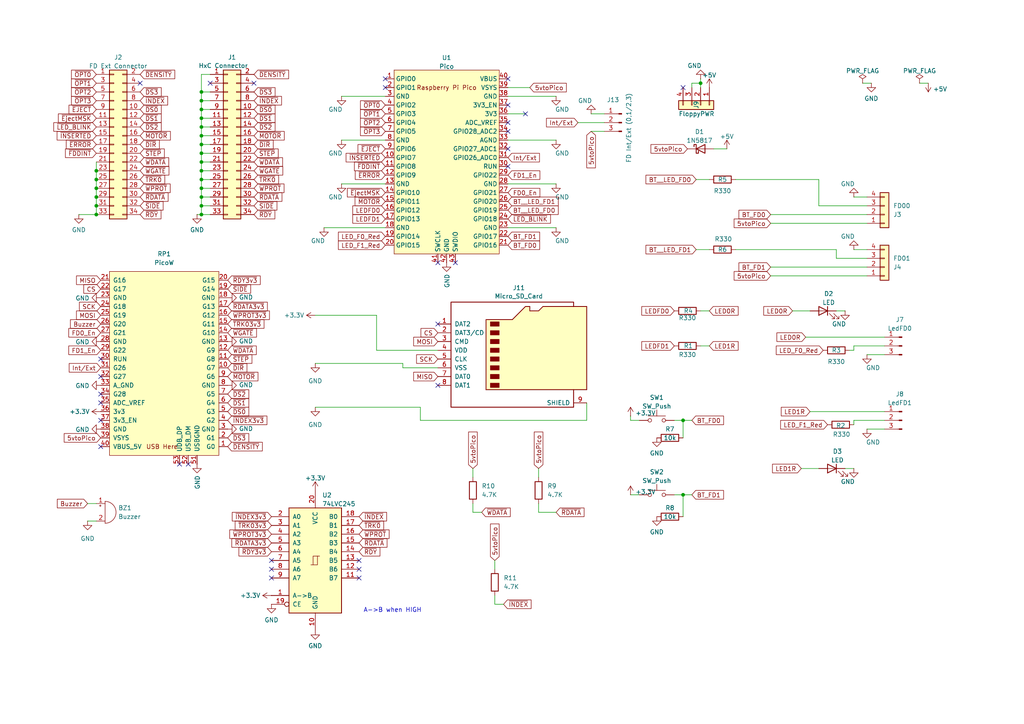
<source format=kicad_sch>
(kicad_sch (version 20250114) (generator "eeschema") (generator_version "9.0")
  (paper "A4")
  (lib_symbols
    (symbol "74xx:74LS245" (pin_names (offset 1.016))
      (property "Reference" "U" (at -7.62 16.51 0))
      (property "Value" "74LS245" (at -7.62 -16.51 0))
      (symbol "74LS245_1_0"
        (pin tri_state line (at -12.7 12.7 0) (length 5.08) (name "A0") (number "2"))
        (pin tri_state line (at -12.7 10.16 0) (length 5.08) (name "A1") (number "3"))
        (pin tri_state line (at -12.7 7.62 0) (length 5.08) (name "A2") (number "4"))
        (pin tri_state line (at -12.7 5.08 0) (length 5.08) (name "A3") (number "5"))
        (pin tri_state line (at -12.7 2.54 0) (length 5.08) (name "A4") (number "6"))
        (pin tri_state line (at -12.7 0 0) (length 5.08) (name "A5") (number "7"))
        (pin tri_state line (at -12.7 -2.54 0) (length 5.08) (name "A6") (number "8"))
        (pin tri_state line (at -12.7 -5.08 0) (length 5.08) (name "A7") (number "9"))
        (pin input line (at -12.7 -10.16 0) (length 5.08) (name "A->B") (number "1"))
        (pin input inverted (at -12.7 -12.7 0) (length 5.08) (name "CE") (number "19"))
        (pin power_in line (at 0 20.32 270) (length 5.08) (name "VCC") (number "20"))
        (pin power_in line (at 0 -20.32 90) (length 5.08) (name "GND") (number "10"))
        (pin tri_state line (at 12.7 12.7 180) (length 5.08) (name "B0") (number "18"))
        (pin tri_state line (at 12.7 10.16 180) (length 5.08) (name "B1") (number "17"))
        (pin tri_state line (at 12.7 7.62 180) (length 5.08) (name "B2") (number "16"))
        (pin tri_state line (at 12.7 5.08 180) (length 5.08) (name "B3") (number "15"))
        (pin tri_state line (at 12.7 2.54 180) (length 5.08) (name "B4") (number "14"))
        (pin tri_state line (at 12.7 0 180) (length 5.08) (name "B5") (number "13"))
        (pin tri_state line (at 12.7 -2.54 180) (length 5.08) (name "B6") (number "12"))
        (pin tri_state line (at 12.7 -5.08 180) (length 5.08) (name "B7") (number "11"))
      )
    )
    (symbol "Connector:Conn_01x03_Pin" (pin_names (offset 1.016) (hide yes))
      (property "Reference" "J" (at 0 5.08 0))
      (property "Value" "Conn_01x03_Pin" (at 0 -5.08 0))
      (symbol "Conn_01x03_Pin_1_1"
        (pin passive line (at 5.08 2.54 180) (length 3.81) (name "Pin_1") (number "1"))
        (pin passive line (at 5.08 0 180) (length 3.81) (name "Pin_2") (number "2"))
        (pin passive line (at 5.08 -2.54 180) (length 3.81) (name "Pin_3") (number "3"))
      )
    )
    (symbol "Connector:Micro_SD_Card" (pin_names (offset 1.016))
      (property "Reference" "J" (at -16.51 15.24 0))
      (property "Value" "Micro_SD_Card" (at 16.51 15.24 0))
      (symbol "Micro_SD_Card_1_1"
        (pin bidirectional line (at -22.86 7.62 0) (length 3.81) (name "DAT2") (number "1"))
        (pin bidirectional line (at -22.86 5.08 0) (length 3.81) (name "DAT3/CD") (number "2"))
        (pin input line (at -22.86 2.54 0) (length 3.81) (name "CMD") (number "3"))
        (pin power_in line (at -22.86 0 0) (length 3.81) (name "VDD") (number "4"))
        (pin input line (at -22.86 -2.54 0) (length 3.81) (name "CLK") (number "5"))
        (pin power_in line (at -22.86 -5.08 0) (length 3.81) (name "VSS") (number "6"))
        (pin bidirectional line (at -22.86 -7.62 0) (length 3.81) (name "DAT0") (number "7"))
        (pin bidirectional line (at -22.86 -10.16 0) (length 3.81) (name "DAT1") (number "8"))
        (pin passive line (at 20.32 -15.24 180) (length 3.81) (name "SHIELD") (number "9"))
      )
    )
    (symbol "Connector_Generic:Conn_01x04" (pin_names (offset 1.016) (hide yes))
      (property "Reference" "J" (at 0 5.08 0))
      (property "Value" "Conn_01x04" (at 0 -7.62 0))
      (symbol "Conn_01x04_1_1"
        (pin passive line (at -5.08 2.54 0) (length 3.81) (name "Pin_1") (number "1"))
        (pin passive line (at -5.08 0 0) (length 3.81) (name "Pin_2") (number "2"))
        (pin passive line (at -5.08 -2.54 0) (length 3.81) (name "Pin_3") (number "3"))
        (pin passive line (at -5.08 -5.08 0) (length 3.81) (name "Pin_4") (number "4"))
      )
    )
    (symbol "Connector_Generic:Conn_02x17_Odd_Even" (pin_names (offset 1.016) (hide yes))
      (property "Reference" "J" (at 1.27 22.86 0))
      (property "Value" "Conn_02x17_Odd_Even" (at 1.27 -22.86 0))
      (symbol "Conn_02x17_Odd_Even_1_1"
        (pin passive line (at -5.08 20.32 0) (length 3.81) (name "Pin_1") (number "1"))
        (pin passive line (at -5.08 17.78 0) (length 3.81) (name "Pin_3") (number "3"))
        (pin passive line (at -5.08 15.24 0) (length 3.81) (name "Pin_5") (number "5"))
        (pin passive line (at -5.08 12.7 0) (length 3.81) (name "Pin_7") (number "7"))
        (pin passive line (at -5.08 10.16 0) (length 3.81) (name "Pin_9") (number "9"))
        (pin passive line (at -5.08 7.62 0) (length 3.81) (name "Pin_11") (number "11"))
        (pin passive line (at -5.08 5.08 0) (length 3.81) (name "Pin_13") (number "13"))
        (pin passive line (at -5.08 2.54 0) (length 3.81) (name "Pin_15") (number "15"))
        (pin passive line (at -5.08 0 0) (length 3.81) (name "Pin_17") (number "17"))
        (pin passive line (at -5.08 -2.54 0) (length 3.81) (name "Pin_19") (number "19"))
        (pin passive line (at -5.08 -5.08 0) (length 3.81) (name "Pin_21") (number "21"))
        (pin passive line (at -5.08 -7.62 0) (length 3.81) (name "Pin_23") (number "23"))
        (pin passive line (at -5.08 -10.16 0) (length 3.81) (name "Pin_25") (number "25"))
        (pin passive line (at -5.08 -12.7 0) (length 3.81) (name "Pin_27") (number "27"))
        (pin passive line (at -5.08 -15.24 0) (length 3.81) (name "Pin_29") (number "29"))
        (pin passive line (at -5.08 -17.78 0) (length 3.81) (name "Pin_31") (number "31"))
        (pin passive line (at -5.08 -20.32 0) (length 3.81) (name "Pin_33") (number "33"))
        (pin passive line (at 7.62 20.32 180) (length 3.81) (name "Pin_2") (number "2"))
        (pin passive line (at 7.62 17.78 180) (length 3.81) (name "Pin_4") (number "4"))
        (pin passive line (at 7.62 15.24 180) (length 3.81) (name "Pin_6") (number "6"))
        (pin passive line (at 7.62 12.7 180) (length 3.81) (name "Pin_8") (number "8"))
        (pin passive line (at 7.62 10.16 180) (length 3.81) (name "Pin_10") (number "10"))
        (pin passive line (at 7.62 7.62 180) (length 3.81) (name "Pin_12") (number "12"))
        (pin passive line (at 7.62 5.08 180) (length 3.81) (name "Pin_14") (number "14"))
        (pin passive line (at 7.62 2.54 180) (length 3.81) (name "Pin_16") (number "16"))
        (pin passive line (at 7.62 0 180) (length 3.81) (name "Pin_18") (number "18"))
        (pin passive line (at 7.62 -2.54 180) (length 3.81) (name "Pin_20") (number "20"))
        (pin passive line (at 7.62 -5.08 180) (length 3.81) (name "Pin_22") (number "22"))
        (pin passive line (at 7.62 -7.62 180) (length 3.81) (name "Pin_24") (number "24"))
        (pin passive line (at 7.62 -10.16 180) (length 3.81) (name "Pin_26") (number "26"))
        (pin passive line (at 7.62 -12.7 180) (length 3.81) (name "Pin_28") (number "28"))
        (pin passive line (at 7.62 -15.24 180) (length 3.81) (name "Pin_30") (number "30"))
        (pin passive line (at 7.62 -17.78 180) (length 3.81) (name "Pin_32") (number "32"))
        (pin passive line (at 7.62 -20.32 180) (length 3.81) (name "Pin_34") (number "34"))
      )
    )
    (symbol "Device:Buzzer" (pin_names (offset 0.0254) (hide yes))
      (property "Reference" "BZ" (at 3.81 1.27 0))
      (property "Value" "Buzzer" (at 3.81 -1.27 0))
      (symbol "Buzzer_1_1"
        (pin passive line (at -2.54 2.54 0) (length 2.54) (name "+") (number "1"))
        (pin passive line (at -2.54 -2.54 0) (length 2.54) (name "-") (number "2"))
      )
    )
    (symbol "Device:D_Schottky" (pin_numbers (hide yes)) (pin_names (offset 1.016) (hide yes))
      (property "Reference" "D" (at 0 2.54 0))
      (property "Value" "D_Schottky" (at 0 -2.54 0))
      (symbol "D_Schottky_1_1"
        (pin passive line (at -3.81 0 0) (length 2.54) (name "K") (number "1"))
        (pin passive line (at 3.81 0 180) (length 2.54) (name "A") (number "2"))
      )
    )
    (symbol "Device:LED" (pin_numbers (hide yes)) (pin_names (offset 1.016) (hide yes))
      (property "Reference" "D" (at 0 2.54 0))
      (property "Value" "LED" (at 0 -2.54 0))
      (symbol "LED_1_1"
        (pin passive line (at -3.81 0 0) (length 2.54) (name "K") (number "1"))
        (pin passive line (at 3.81 0 180) (length 2.54) (name "A") (number "2"))
      )
    )
    (symbol "Device:R" (pin_numbers (hide yes)) (pin_names (offset 0))
      (property "Reference" "R" (at 2.032 0 90))
      (property "Value" "R" (at 0 0 90))
      (symbol "R_1_1"
        (pin passive line (at 0 3.81 270) (length 1.27) (name "~") (number "1"))
        (pin passive line (at 0 -3.81 90) (length 1.27) (name "~") (number "2"))
      )
    )
    (symbol "LED_1" (pin_numbers (hide yes)) (pin_names (offset 1.016) (hide yes))
      (property "Reference" "D" (at 0 2.54 0))
      (property "Value" "LED" (at 0 -2.54 0))
      (symbol "LED_1_1_1"
        (pin passive line (at -3.81 0 0) (length 2.54) (name "K") (number "1"))
        (pin passive line (at 3.81 0 180) (length 2.54) (name "A") (number "2"))
      )
    )
    (symbol "MCU_RaspberryPi_and_Boards:Pico"
      (property "Reference" "U" (at -13.97 27.94 0))
      (property "Value" "Pico" (at 0 19.05 0))
      (symbol "Pico_0_0"
        (text "Raspberry Pi Pico" (at 0 21.59 0) (effects (font (size 1.27 1.27))))
      )
      (symbol "Pico_1_1"
        (pin bidirectional line (at -17.78 24.13 0) (length 2.54) (name "GPIO0") (number "1"))
        (pin bidirectional line (at -17.78 21.59 0) (length 2.54) (name "GPIO1") (number "2"))
        (pin power_in line (at -17.78 19.05 0) (length 2.54) (name "GND") (number "3"))
        (pin bidirectional line (at -17.78 16.51 0) (length 2.54) (name "GPIO2") (number "4"))
        (pin bidirectional line (at -17.78 13.97 0) (length 2.54) (name "GPIO3") (number "5"))
        (pin bidirectional line (at -17.78 11.43 0) (length 2.54) (name "GPIO4") (number "6"))
        (pin bidirectional line (at -17.78 8.89 0) (length 2.54) (name "GPIO5") (number "7"))
        (pin power_in line (at -17.78 6.35 0) (length 2.54) (name "GND") (number "8"))
        (pin bidirectional line (at -17.78 3.81 0) (length 2.54) (name "GPIO6") (number "9"))
        (pin bidirectional line (at -17.78 1.27 0) (length 2.54) (name "GPIO7") (number "10"))
        (pin bidirectional line (at -17.78 -1.27 0) (length 2.54) (name "GPIO8") (number "11"))
        (pin bidirectional line (at -17.78 -3.81 0) (length 2.54) (name "GPIO9") (number "12"))
        (pin power_in line (at -17.78 -6.35 0) (length 2.54) (name "GND") (number "13"))
        (pin bidirectional line (at -17.78 -8.89 0) (length 2.54) (name "GPIO10") (number "14"))
        (pin bidirectional line (at -17.78 -11.43 0) (length 2.54) (name "GPIO11") (number "15"))
        (pin bidirectional line (at -17.78 -13.97 0) (length 2.54) (name "GPIO12") (number "16"))
        (pin bidirectional line (at -17.78 -16.51 0) (length 2.54) (name "GPIO13") (number "17"))
        (pin power_in line (at -17.78 -19.05 0) (length 2.54) (name "GND") (number "18"))
        (pin bidirectional line (at -17.78 -21.59 0) (length 2.54) (name "GPIO14") (number "19"))
        (pin bidirectional line (at -17.78 -24.13 0) (length 2.54) (name "GPIO15") (number "20"))
        (pin input line (at -2.54 -29.21 90) (length 2.54) (name "SWCLK") (number "41"))
        (pin power_in line (at 0 -29.21 90) (length 2.54) (name "GND") (number "42"))
        (pin bidirectional line (at 2.54 -29.21 90) (length 2.54) (name "SWDIO") (number "43"))
        (pin power_in line (at 17.78 24.13 180) (length 2.54) (name "VBUS") (number "40"))
        (pin power_in line (at 17.78 21.59 180) (length 2.54) (name "VSYS") (number "39"))
        (pin bidirectional line (at 17.78 19.05 180) (length 2.54) (name "GND") (number "38"))
        (pin input line (at 17.78 16.51 180) (length 2.54) (name "3V3_EN") (number "37"))
        (pin power_in line (at 17.78 13.97 180) (length 2.54) (name "3V3") (number "36"))
        (pin power_in line (at 17.78 11.43 180) (length 2.54) (name "ADC_VREF") (number "35"))
        (pin bidirectional line (at 17.78 8.89 180) (length 2.54) (name "GPIO28_ADC2") (number "34"))
        (pin power_in line (at 17.78 6.35 180) (length 2.54) (name "AGND") (number "33"))
        (pin bidirectional line (at 17.78 3.81 180) (length 2.54) (name "GPIO27_ADC1") (number "32"))
        (pin bidirectional line (at 17.78 1.27 180) (length 2.54) (name "GPIO26_ADC0") (number "31"))
        (pin input line (at 17.78 -1.27 180) (length 2.54) (name "RUN") (number "30"))
        (pin bidirectional line (at 17.78 -3.81 180) (length 2.54) (name "GPIO22") (number "29"))
        (pin power_in line (at 17.78 -6.35 180) (length 2.54) (name "GND") (number "28"))
        (pin bidirectional line (at 17.78 -8.89 180) (length 2.54) (name "GPIO21") (number "27"))
        (pin bidirectional line (at 17.78 -11.43 180) (length 2.54) (name "GPIO20") (number "26"))
        (pin bidirectional line (at 17.78 -13.97 180) (length 2.54) (name "GPIO19") (number "25"))
        (pin bidirectional line (at 17.78 -16.51 180) (length 2.54) (name "GPIO18") (number "24"))
        (pin power_in line (at 17.78 -19.05 180) (length 2.54) (name "GND") (number "23"))
        (pin bidirectional line (at 17.78 -21.59 180) (length 2.54) (name "GPIO17") (number "22"))
        (pin bidirectional line (at 17.78 -24.13 180) (length 2.54) (name "GPIO16") (number "21"))
      )
    )
    (symbol "New_Library:PicoWModule" (pin_names (offset 1.016))
      (property "Reference" "RP1" (at 0 -10.16 0))
      (property "Value" "PicoWModule" (at 0 -12.7 0))
      (symbol "PicoWModule_0_0"
        (text "USB Here" (at 1.27 -3.81 0) (effects (font (size 1.27 1.27))))
      )
      (symbol "PicoWModule_1_1"
        (pin bidirectional line (at -17.78 -3.81 0) (length 2.54) (name "G0") (number "1"))
        (pin bidirectional line (at -17.78 -6.35 0) (length 2.54) (name "G1") (number "2"))
        (pin bidirectional line (at -17.78 -8.89 0) (length 2.54) (name "GND") (number "3"))
        (pin bidirectional line (at -17.78 -11.43 0) (length 2.54) (name "G2") (number "4"))
        (pin bidirectional line (at -17.78 -13.97 0) (length 2.54) (name "G3") (number "5"))
        (pin bidirectional line (at -17.78 -16.51 0) (length 2.54) (name "G4") (number "6"))
        (pin bidirectional line (at -17.78 -19.05 0) (length 2.54) (name "G5") (number "7"))
        (pin bidirectional line (at -17.78 -21.59 0) (length 2.54) (name "GND") (number "8"))
        (pin bidirectional line (at -17.78 -24.13 0) (length 2.54) (name "G6") (number "9"))
        (pin bidirectional line (at -17.78 -26.67 0) (length 2.54) (name "G7") (number "10"))
        (pin bidirectional line (at -17.78 -29.21 0) (length 2.54) (name "G8") (number "11"))
        (pin bidirectional line (at -17.78 -31.75 0) (length 2.54) (name "G9") (number "12"))
        (pin bidirectional line (at -17.78 -34.29 0) (length 2.54) (name "GND") (number "13"))
        (pin bidirectional line (at -17.78 -36.83 0) (length 2.54) (name "G10") (number "14"))
        (pin bidirectional line (at -17.78 -39.37 0) (length 2.54) (name "G11") (number "15"))
        (pin bidirectional line (at -17.78 -41.91 0) (length 2.54) (name "G12") (number "16"))
        (pin bidirectional line (at -17.78 -44.45 0) (length 2.54) (name "G13") (number "17"))
        (pin power_in line (at -17.78 -46.99 0) (length 2.54) (name "GND") (number "18"))
        (pin power_in line (at -17.78 -49.53 0) (length 2.54) (name "G14") (number "19"))
        (pin power_in line (at -17.78 -52.07 0) (length 2.54) (name "G15") (number "20"))
        (pin input line (at -8.89 1.27 270) (length 2.54) (name "USBGND") (number "51"))
        (pin input line (at -6.35 1.27 270) (length 2.54) (name "USB_DM") (number "52"))
        (pin input line (at -3.81 1.27 270) (length 2.54) (name "UDB_DP") (number "53"))
        (pin power_in line (at 19.05 -3.81 180) (length 2.54) (name "VBUS_5V") (number "40"))
        (pin power_in line (at 19.05 -6.35 180) (length 2.54) (name "VSYS") (number "39"))
        (pin power_in line (at 19.05 -8.89 180) (length 2.54) (name "GND") (number "38"))
        (pin bidirectional line (at 19.05 -11.43 180) (length 2.54) (name "3v3_EN") (number "37"))
        (pin bidirectional line (at 19.05 -13.97 180) (length 2.54) (name "3v3") (number "36"))
        (pin bidirectional line (at 19.05 -16.51 180) (length 2.54) (name "ADC_VREF") (number "35"))
        (pin bidirectional line (at 19.05 -19.05 180) (length 2.54) (name "G28") (number "34"))
        (pin bidirectional line (at 19.05 -21.59 180) (length 2.54) (name "A_GND") (number "33"))
        (pin bidirectional line (at 19.05 -24.13 180) (length 2.54) (name "G27") (number "32"))
        (pin bidirectional line (at 19.05 -26.67 180) (length 2.54) (name "G26") (number "31"))
        (pin bidirectional line (at 19.05 -29.21 180) (length 2.54) (name "RUN") (number "30"))
        (pin bidirectional line (at 19.05 -31.75 180) (length 2.54) (name "G22") (number "29"))
        (pin bidirectional line (at 19.05 -34.29 180) (length 2.54) (name "GND") (number "28"))
        (pin bidirectional line (at 19.05 -36.83 180) (length 2.54) (name "G21") (number "27"))
        (pin bidirectional line (at 19.05 -39.37 180) (length 2.54) (name "G20") (number "26"))
        (pin input line (at 19.05 -41.91 180) (length 2.54) (name "G19") (number "25"))
        (pin bidirectional line (at 19.05 -44.45 180) (length 2.54) (name "G18") (number "24"))
        (pin bidirectional line (at 19.05 -46.99 180) (length 2.54) (name "GND") (number "23"))
        (pin bidirectional line (at 19.05 -49.53 180) (length 2.54) (name "G17") (number "22"))
        (pin power_in line (at 19.05 -52.07 180) (length 2.54) (name "G16") (number "21"))
      )
    )
    (symbol "Switch:SW_Push" (pin_numbers (hide yes)) (pin_names (offset 1.016) (hide yes))
      (property "Reference" "SW" (at 1.27 2.54 0))
      (property "Value" "SW_Push" (at 0 -1.524 0))
      (symbol "SW_Push_0_1"
        (pin passive line (at -5.08 0 0) (length 2.54) (name "1") (number "1"))
        (pin passive line (at 5.08 0 180) (length 2.54) (name "2") (number "2"))
      )
    )
    (symbol "power:+3.3V" (power) (pin_numbers (hide yes)) (pin_names (offset 0) (hide yes))
      (property "Value" "+3.3V" (at 0 3.556 0))
      (symbol "+3.3V_1_1"
        (pin power_in line (at 0 0 90) (length 0) (name "~") (number "1"))
      )
    )
    (symbol "power:+5V" (power) (pin_numbers (hide yes)) (pin_names (offset 0) (hide yes))
      (property "Value" "+5V" (at 0 3.556 0))
      (symbol "+5V_1_1"
        (pin power_in line (at 0 0 90) (length 0) (name "~") (number "1"))
      )
    )
    (symbol "power:GND" (power) (pin_numbers (hide yes)) (pin_names (offset 0) (hide yes))
      (property "Value" "GND" (at 0 -3.81 0))
      (symbol "GND_1_1"
        (pin power_in line (at 0 0 270) (length 0) (name "~") (number "1"))
      )
    )
    (symbol "power:PWR_FLAG" (power) (pin_numbers (hide yes)) (pin_names (offset 0) (hide yes))
      (property "Value" "PWR_FLAG" (at 0 3.81 0))
      (symbol "PWR_FLAG_0_0"
        (pin power_out line (at 0 0 90) (length 0) (name "~") (number "1"))
      )
    )
  )
  (text "A->B when HIGH" (at 105.41 177.8 0) (effects (font (size 1.27 1.27)) (justify left bottom)))
  (junction (at 27.94 59.69))
  (junction (at 58.42 36.83))
  (junction (at 58.42 49.53))
  (junction (at 27.94 57.15))
  (junction (at 58.42 29.21))
  (junction (at 198.12 121.92))
  (junction (at 58.42 26.67))
  (junction (at 198.12 143.51))
  (junction (at 58.42 44.45))
  (junction (at 58.42 52.07))
  (junction (at 58.42 62.23))
  (junction (at 27.94 49.53))
  (junction (at 58.42 34.29))
  (junction (at 58.42 57.15))
  (junction (at 58.42 54.61))
  (junction (at 58.42 46.99))
  (junction (at 58.42 41.91))
  (junction (at 203.2 24.13))
  (junction (at 27.94 62.23))
  (junction (at 27.94 54.61))
  (junction (at 58.42 39.37))
  (junction (at 58.42 59.69))
  (junction (at 58.42 31.75))
  (junction (at 27.94 52.07))
  (no_connect (at 78.74 162.56))
  (no_connect (at 29.21 116.84))
  (no_connect (at 29.21 109.22))
  (no_connect (at 29.21 104.14))
  (no_connect (at 29.21 114.3))
  (no_connect (at 78.74 167.64))
  (no_connect (at 147.32 38.1))
  (no_connect (at 60.96 24.13))
  (no_connect (at 104.14 162.56))
  (no_connect (at 127 76.2))
  (no_connect (at 132.08 76.2))
  (no_connect (at 78.74 165.1))
  (no_connect (at 52.07 134.62))
  (no_connect (at 152.4 33.02))
  (no_connect (at 198.12 25.4))
  (no_connect (at 29.21 121.92))
  (no_connect (at 104.14 165.1))
  (no_connect (at 127 111.76))
  (no_connect (at 104.14 167.64))
  (no_connect (at 29.21 129.54))
  (no_connect (at 147.32 35.56))
  (no_connect (at 147.32 48.26))
  (no_connect (at 147.32 30.48))
  (no_connect (at 54.61 134.62))
  (no_connect (at 73.66 24.13))
  (no_connect (at 111.76 25.4))
  (no_connect (at 111.76 22.86))
  (no_connect (at 127 93.98))
  (no_connect (at 147.32 43.18))
  (no_connect (at 147.32 22.86))
  (no_connect (at 40.64 24.13))
  (wire (pts (xy 121.92 121.92) (xy 170.18 121.92)))
  (wire (pts (xy 27.94 57.15) (xy 27.94 59.69)))
  (wire (pts (xy 25.4 146.05) (xy 27.94 146.05)))
  (wire (pts (xy 200.66 25.4) (xy 200.66 24.13)))
  (wire (pts (xy 203.2 24.13) (xy 203.2 25.4)))
  (wire (pts (xy 247.65 72.39) (xy 251.46 72.39)))
  (wire (pts (xy 58.42 49.53) (xy 60.96 49.53)))
  (wire (pts (xy 198.12 121.92) (xy 200.66 121.92)))
  (wire (pts (xy 58.42 57.15) (xy 58.42 59.69)))
  (wire (pts (xy 99.06 27.94) (xy 111.76 27.94)))
  (wire (pts (xy 25.4 151.13) (xy 27.94 151.13)))
  (wire (pts (xy 27.94 59.69) (xy 27.94 62.23)))
  (wire (pts (xy 147.32 66.04) (xy 161.29 66.04)))
  (wire (pts (xy 58.42 59.69) (xy 58.42 62.23)))
  (wire (pts (xy 58.42 36.83) (xy 60.96 36.83)))
  (wire (pts (xy 58.42 34.29) (xy 58.42 36.83)))
  (wire (pts (xy 91.44 105.41) (xy 116.84 105.41)))
  (wire (pts (xy 201.93 72.39) (xy 205.74 72.39)))
  (wire (pts (xy 171.45 38.1) (xy 175.26 38.1)))
  (wire (pts (xy 266.7 24.13) (xy 269.24 24.13)))
  (wire (pts (xy 137.16 148.59) (xy 139.7 148.59)))
  (wire (pts (xy 242.57 72.39) (xy 242.57 74.93)))
  (wire (pts (xy 233.68 97.79) (xy 256.54 97.79)))
  (wire (pts (xy 147.32 40.64) (xy 161.29 40.64)))
  (wire (pts (xy 58.42 21.59) (xy 58.42 26.67)))
  (wire (pts (xy 109.22 101.6) (xy 127 101.6)))
  (wire (pts (xy 109.22 91.44) (xy 109.22 101.6)))
  (wire (pts (xy 27.94 49.53) (xy 27.94 52.07)))
  (wire (pts (xy 171.45 33.02) (xy 175.26 33.02)))
  (wire (pts (xy 58.42 44.45) (xy 58.42 46.99)))
  (wire (pts (xy 182.88 143.51) (xy 185.42 143.51)))
  (wire (pts (xy 60.96 21.59) (xy 58.42 21.59)))
  (wire (pts (xy 195.58 121.92) (xy 198.12 121.92)))
  (wire (pts (xy 111.76 53.34) (xy 99.06 53.34)))
  (wire (pts (xy 237.49 59.69) (xy 251.46 59.69)))
  (wire (pts (xy 147.32 33.02) (xy 152.4 33.02)))
  (wire (pts (xy 242.57 74.93) (xy 251.46 74.93)))
  (wire (pts (xy 147.32 53.34) (xy 161.29 53.34)))
  (wire (pts (xy 147.32 25.4) (xy 153.67 25.4)))
  (wire (pts (xy 200.66 24.13) (xy 203.2 24.13)))
  (wire (pts (xy 223.52 64.77) (xy 251.46 64.77)))
  (wire (pts (xy 58.42 29.21) (xy 60.96 29.21)))
  (wire (pts (xy 170.18 121.92) (xy 170.18 116.84)))
  (wire (pts (xy 198.12 143.51) (xy 200.66 143.51)))
  (wire (pts (xy 246.38 101.6) (xy 247.65 101.6)))
  (wire (pts (xy 182.88 120.65) (xy 182.88 121.92)))
  (wire (pts (xy 58.42 52.07) (xy 58.42 54.61)))
  (wire (pts (xy 247.65 121.92) (xy 256.54 121.92)))
  (wire (pts (xy 58.42 46.99) (xy 58.42 49.53)))
  (wire (pts (xy 247.65 135.89) (xy 245.11 135.89)))
  (wire (pts (xy 250.19 24.13) (xy 252.73 24.13)))
  (wire (pts (xy 58.42 41.91) (xy 58.42 44.45)))
  (wire (pts (xy 27.94 54.61) (xy 27.94 57.15)))
  (wire (pts (xy 93.98 66.04) (xy 111.76 66.04)))
  (wire (pts (xy 58.42 26.67) (xy 60.96 26.67)))
  (wire (pts (xy 251.46 102.87) (xy 256.54 102.87)))
  (wire (pts (xy 167.64 35.56) (xy 175.26 35.56)))
  (wire (pts (xy 213.36 72.39) (xy 242.57 72.39)))
  (wire (pts (xy 247.65 101.6) (xy 247.65 100.33)))
  (wire (pts (xy 91.44 91.44) (xy 109.22 91.44)))
  (wire (pts (xy 58.42 62.23) (xy 60.96 62.23)))
  (wire (pts (xy 58.42 54.61) (xy 60.96 54.61)))
  (wire (pts (xy 58.42 52.07) (xy 60.96 52.07)))
  (wire (pts (xy 121.92 118.11) (xy 121.92 121.92)))
  (wire (pts (xy 247.65 100.33) (xy 256.54 100.33)))
  (wire (pts (xy 201.93 52.07) (xy 205.74 52.07)))
  (wire (pts (xy 198.12 121.92) (xy 198.12 127)))
  (wire (pts (xy 156.21 148.59) (xy 156.21 146.05)))
  (wire (pts (xy 27.94 46.99) (xy 27.94 49.53)))
  (wire (pts (xy 223.52 77.47) (xy 251.46 77.47)))
  (wire (pts (xy 251.46 124.46) (xy 256.54 124.46)))
  (wire (pts (xy 58.42 49.53) (xy 58.42 52.07)))
  (wire (pts (xy 58.42 36.83) (xy 58.42 39.37)))
  (wire (pts (xy 58.42 39.37) (xy 60.96 39.37)))
  (wire (pts (xy 182.88 121.92) (xy 185.42 121.92)))
  (wire (pts (xy 116.84 105.41) (xy 116.84 106.68)))
  (wire (pts (xy 247.65 123.19) (xy 247.65 121.92)))
  (wire (pts (xy 58.42 31.75) (xy 60.96 31.75)))
  (wire (pts (xy 198.12 149.86) (xy 198.12 143.51)))
  (wire (pts (xy 203.2 90.17) (xy 205.74 90.17)))
  (wire (pts (xy 161.29 148.59) (xy 156.21 148.59)))
  (wire (pts (xy 58.42 46.99) (xy 60.96 46.99)))
  (wire (pts (xy 143.51 175.26) (xy 146.05 175.26)))
  (wire (pts (xy 58.42 29.21) (xy 58.42 31.75)))
  (wire (pts (xy 116.84 106.68) (xy 127 106.68)))
  (wire (pts (xy 143.51 172.72) (xy 143.51 175.26)))
  (wire (pts (xy 247.65 57.15) (xy 251.46 57.15)))
  (wire (pts (xy 58.42 34.29) (xy 60.96 34.29)))
  (wire (pts (xy 147.32 27.94) (xy 161.29 27.94)))
  (wire (pts (xy 195.58 143.51) (xy 198.12 143.51)))
  (wire (pts (xy 58.42 57.15) (xy 60.96 57.15)))
  (wire (pts (xy 203.2 22.86) (xy 203.2 24.13)))
  (wire (pts (xy 58.42 26.67) (xy 58.42 29.21)))
  (wire (pts (xy 137.16 135.89) (xy 137.16 138.43)))
  (wire (pts (xy 58.42 54.61) (xy 58.42 57.15)))
  (wire (pts (xy 58.42 39.37) (xy 58.42 41.91)))
  (wire (pts (xy 58.42 59.69) (xy 60.96 59.69)))
  (wire (pts (xy 245.11 90.17) (xy 242.57 90.17)))
  (wire (pts (xy 223.52 80.01) (xy 251.46 80.01)))
  (wire (pts (xy 213.36 52.07) (xy 237.49 52.07)))
  (wire (pts (xy 251.46 62.23) (xy 223.52 62.23)))
  (wire (pts (xy 57.15 62.23) (xy 58.42 62.23)))
  (wire (pts (xy 137.16 146.05) (xy 137.16 148.59)))
  (wire (pts (xy 58.42 44.45) (xy 60.96 44.45)))
  (wire (pts (xy 111.76 40.64) (xy 99.06 40.64)))
  (wire (pts (xy 143.51 162.56) (xy 143.51 165.1)))
  (wire (pts (xy 237.49 52.07) (xy 237.49 59.69)))
  (wire (pts (xy 22.86 62.23) (xy 27.94 62.23)))
  (wire (pts (xy 207.01 43.18) (xy 210.82 43.18)))
  (wire (pts (xy 91.44 118.11) (xy 121.92 118.11)))
  (wire (pts (xy 237.49 135.89) (xy 232.41 135.89)))
  (wire (pts (xy 156.21 135.89) (xy 156.21 138.43)))
  (wire (pts (xy 58.42 31.75) (xy 58.42 34.29)))
  (wire (pts (xy 234.95 119.38) (xy 256.54 119.38)))
  (wire (pts (xy 58.42 41.91) (xy 60.96 41.91)))
  (wire (pts (xy 234.95 90.17) (xy 229.87 90.17)))
  (wire (pts (xy 27.94 52.07) (xy 27.94 54.61)))
  (wire (pts (xy 203.2 100.33) (xy 205.74 100.33)))
  (global_label "CS" (shape input) (at 127 96.52 180) (property "Intersheetrefs" "${INTERSHEET_REFS}" (effects (hide yes))))
  (global_label "FD0_En" (shape input) (at 29.21 96.52 180) (property "Intersheetrefs" "${INTERSHEET_REFS}" (effects (hide yes))))
  (global_label "5vtoPico" (shape input) (at 199.39 43.18 180) (property "Intersheetrefs" "${INTERSHEET_REFS}" (effects (hide yes))))
  (global_label "LED0R" (shape input) (at 229.87 90.17 180) (property "Intersheetrefs" "${INTERSHEET_REFS}" (effects (hide yes))))
  (global_label "~{DS1}" (shape input) (at 73.66 34.29 0) (property "Intersheetrefs" "${INTERSHEET_REFS}" (effects (hide yes))))
  (global_label "~{STEP}" (shape input) (at 73.66 44.45 0) (property "Intersheetrefs" "${INTERSHEET_REFS}" (effects (hide yes))))
  (global_label "LED1R" (shape input) (at 205.74 100.33 0) (property "Intersheetrefs" "${INTERSHEET_REFS}" (effects (hide yes))))
  (global_label "LED0R" (shape input) (at 233.68 97.79 180) (property "Intersheetrefs" "${INTERSHEET_REFS}" (effects (hide yes))))
  (global_label "~{DS2}" (shape input) (at 73.66 36.83 0) (property "Intersheetrefs" "${INTERSHEET_REFS}" (effects (hide yes))))
  (global_label "~{TRK03v3}" (shape input) (at 66.04 93.98 0) (property "Intersheetrefs" "${INTERSHEET_REFS}" (effects (hide yes))))
  (global_label "~{WPROT}" (shape input) (at 73.66 54.61 0) (property "Intersheetrefs" "${INTERSHEET_REFS}" (effects (hide yes))))
  (global_label "~{OPT2}" (shape input) (at 27.94 26.67 180) (property "Intersheetrefs" "${INTERSHEET_REFS}" (effects (hide yes))))
  (global_label "~{RDATA}" (shape input) (at 161.29 148.59 0) (property "Intersheetrefs" "${INTERSHEET_REFS}" (effects (hide yes))))
  (global_label "~{SIDE}" (shape input) (at 73.66 59.69 0) (property "Intersheetrefs" "${INTERSHEET_REFS}" (effects (hide yes))))
  (global_label "~{MOTOR}" (shape input) (at 111.76 58.42 180) (property "Intersheetrefs" "${INTERSHEET_REFS}" (effects (hide yes))))
  (global_label "~{TRK0}" (shape input) (at 40.64 52.07 0) (property "Intersheetrefs" "${INTERSHEET_REFS}" (effects (hide yes))))
  (global_label "5vtoPico" (shape input) (at 156.21 135.89 90) (property "Intersheetrefs" "${INTERSHEET_REFS}" (effects (hide yes))))
  (global_label "~{RDATA3v3}" (shape input) (at 78.74 157.48 180) (property "Intersheetrefs" "${INTERSHEET_REFS}" (effects (hide yes))))
  (global_label "BT__LED_FD0" (shape input) (at 201.93 52.07 180) (property "Intersheetrefs" "${INTERSHEET_REFS}" (effects (hide yes))))
  (global_label "~{INSERTED}" (shape input) (at 111.76 45.72 180) (property "Intersheetrefs" "${INTERSHEET_REFS}" (effects (hide yes))))
  (global_label "~{FDDINT}" (shape input) (at 27.94 44.45 180) (property "Intersheetrefs" "${INTERSHEET_REFS}" (effects (hide yes))))
  (global_label "Buzzer" (shape input) (at 25.4 146.05 180) (property "Intersheetrefs" "${INTERSHEET_REFS}" (effects (hide yes))))
  (global_label "~{OPT1}" (shape input) (at 27.94 24.13 180) (property "Intersheetrefs" "${INTERSHEET_REFS}" (effects (hide yes))))
  (global_label "~{FDDINT}" (shape input) (at 111.76 48.26 180) (property "Intersheetrefs" "${INTERSHEET_REFS}" (effects (hide yes))))
  (global_label "LED0R" (shape input) (at 205.74 90.17 0) (property "Intersheetrefs" "${INTERSHEET_REFS}" (effects (hide yes))))
  (global_label "~{MOTOR}" (shape input) (at 66.04 109.22 0) (property "Intersheetrefs" "${INTERSHEET_REFS}" (effects (hide yes))))
  (global_label "FD0_En" (shape input) (at 147.32 55.88 0) (property "Intersheetrefs" "${INTERSHEET_REFS}" (effects (hide yes))))
  (global_label "~{OPT3}" (shape input) (at 111.76 38.1 180) (property "Intersheetrefs" "${INTERSHEET_REFS}" (effects (hide yes))))
  (global_label "~{DS2}" (shape input) (at 40.64 36.83 0) (property "Intersheetrefs" "${INTERSHEET_REFS}" (effects (hide yes))))
  (global_label "BT_FD1" (shape input) (at 147.32 68.58 0) (property "Intersheetrefs" "${INTERSHEET_REFS}" (effects (hide yes))))
  (global_label "BT_FD0" (shape input) (at 223.52 62.23 180) (property "Intersheetrefs" "${INTERSHEET_REFS}" (effects (hide yes))))
  (global_label "~{EJECT}" (shape input) (at 111.76 43.18 180) (property "Intersheetrefs" "${INTERSHEET_REFS}" (effects (hide yes))))
  (global_label "~{WPROT}" (shape input) (at 40.64 54.61 0) (property "Intersheetrefs" "${INTERSHEET_REFS}" (effects (hide yes))))
  (global_label "~{OPT3}" (shape input) (at 27.94 29.21 180) (property "Intersheetrefs" "${INTERSHEET_REFS}" (effects (hide yes))))
  (global_label "BT__LED_FD0" (shape input) (at 147.32 60.96 0) (property "Intersheetrefs" "${INTERSHEET_REFS}" (effects (hide yes))))
  (global_label "5vtoPico" (shape input) (at 223.52 80.01 180) (property "Intersheetrefs" "${INTERSHEET_REFS}" (effects (hide yes))))
  (global_label "~{DS3}" (shape input) (at 40.64 26.67 0) (property "Intersheetrefs" "${INTERSHEET_REFS}" (effects (hide yes))))
  (global_label "FD1_En" (shape input) (at 147.32 50.8 0) (property "Intersheetrefs" "${INTERSHEET_REFS}" (effects (hide yes))))
  (global_label "LED1R" (shape input) (at 232.41 135.89 180) (property "Intersheetrefs" "${INTERSHEET_REFS}" (effects (hide yes))))
  (global_label "~{DS2}" (shape input) (at 66.04 114.3 0) (property "Intersheetrefs" "${INTERSHEET_REFS}" (effects (hide yes))))
  (global_label "CS" (shape input) (at 29.21 83.82 180) (property "Intersheetrefs" "${INTERSHEET_REFS}" (effects (hide yes))))
  (global_label "~{WPROT3v3}" (shape input) (at 78.74 154.94 180) (property "Intersheetrefs" "${INTERSHEET_REFS}" (effects (hide yes))))
  (global_label "~{DIR}" (shape input) (at 73.66 41.91 0) (property "Intersheetrefs" "${INTERSHEET_REFS}" (effects (hide yes))))
  (global_label "5vtoPico" (shape input) (at 29.21 127 180) (property "Intersheetrefs" "${INTERSHEET_REFS}" (effects (hide yes))))
  (global_label "~{RDATA}" (shape input) (at 73.66 57.15 0) (property "Intersheetrefs" "${INTERSHEET_REFS}" (effects (hide yes))))
  (global_label "~{MOTOR}" (shape input) (at 40.64 39.37 0) (property "Intersheetrefs" "${INTERSHEET_REFS}" (effects (hide yes))))
  (global_label "~{INDEX3v3}" (shape input) (at 78.74 149.86 180) (property "Intersheetrefs" "${INTERSHEET_REFS}" (effects (hide yes))))
  (global_label "~{RDY}" (shape input) (at 73.66 62.23 0) (property "Intersheetrefs" "${INTERSHEET_REFS}" (effects (hide yes))))
  (global_label "LED1R" (shape input) (at 234.95 119.38 180) (property "Intersheetrefs" "${INTERSHEET_REFS}" (effects (hide yes))))
  (global_label "5vtoPico" (shape input) (at 171.45 38.1 270) (property "Intersheetrefs" "${INTERSHEET_REFS}" (effects (hide yes))))
  (global_label "~{OPT2}" (shape input) (at 111.76 35.56 180) (property "Intersheetrefs" "${INTERSHEET_REFS}" (effects (hide yes))))
  (global_label "FD1_En" (shape input) (at 29.21 101.6 180) (property "Intersheetrefs" "${INTERSHEET_REFS}" (effects (hide yes))))
  (global_label "~{INDEX}" (shape input) (at 40.64 29.21 0) (property "Intersheetrefs" "${INTERSHEET_REFS}" (effects (hide yes))))
  (global_label "BT_FD0" (shape input) (at 200.66 121.92 0) (property "Intersheetrefs" "${INTERSHEET_REFS}" (effects (hide yes))))
  (global_label "MISO" (shape input) (at 29.21 81.28 180) (property "Intersheetrefs" "${INTERSHEET_REFS}" (effects (hide yes))))
  (global_label "~{DS0}" (shape input) (at 66.04 119.38 0) (property "Intersheetrefs" "${INTERSHEET_REFS}" (effects (hide yes))))
  (global_label "~{DS0}" (shape input) (at 40.64 31.75 0) (property "Intersheetrefs" "${INTERSHEET_REFS}" (effects (hide yes))))
  (global_label "~{RDY3v3}" (shape input) (at 66.04 81.28 0) (property "Intersheetrefs" "${INTERSHEET_REFS}" (effects (hide yes))))
  (global_label "~{DENSITY}" (shape input) (at 66.04 129.54 0) (property "Intersheetrefs" "${INTERSHEET_REFS}" (effects (hide yes))))
  (global_label "~{WDATA}" (shape input) (at 139.7 148.59 0) (property "Intersheetrefs" "${INTERSHEET_REFS}" (effects (hide yes))))
  (global_label "LED_F0_Red" (shape input) (at 238.76 101.6 180) (property "Intersheetrefs" "${INTERSHEET_REFS}" (effects (hide yes))))
  (global_label "~{EjectMSK}" (shape input) (at 111.76 55.88 180) (property "Intersheetrefs" "${INTERSHEET_REFS}" (effects (hide yes))))
  (global_label "~{DENSITY}" (shape input) (at 40.64 21.59 0) (property "Intersheetrefs" "${INTERSHEET_REFS}" (effects (hide yes))))
  (global_label "BT_FD0" (shape input) (at 147.32 71.12 0) (property "Intersheetrefs" "${INTERSHEET_REFS}" (effects (hide yes))))
  (global_label "~{INDEX}" (shape input) (at 73.66 29.21 0) (property "Intersheetrefs" "${INTERSHEET_REFS}" (effects (hide yes))))
  (global_label "~{TRK03v3}" (shape input) (at 78.74 152.4 180) (property "Intersheetrefs" "${INTERSHEET_REFS}" (effects (hide yes))))
  (global_label "LEDFD1" (shape input) (at 111.76 63.5 180) (property "Intersheetrefs" "${INTERSHEET_REFS}" (effects (hide yes))))
  (global_label "5vtoPico" (shape input) (at 143.51 162.56 90) (property "Intersheetrefs" "${INTERSHEET_REFS}" (effects (hide yes))))
  (global_label "Int{slash}Ext" (shape input) (at 29.21 106.68 180) (property "Intersheetrefs" "${INTERSHEET_REFS}" (effects (hide yes))))
  (global_label "~{DS0}" (shape input) (at 73.66 31.75 0) (property "Intersheetrefs" "${INTERSHEET_REFS}" (effects (hide yes))))
  (global_label "~{WDATA}" (shape input) (at 40.64 46.99 0) (property "Intersheetrefs" "${INTERSHEET_REFS}" (effects (hide yes))))
  (global_label "~{WPROT}" (shape input) (at 104.14 154.94 0) (property "Intersheetrefs" "${INTERSHEET_REFS}" (effects (hide yes))))
  (global_label "~{MOTOR}" (shape input) (at 73.66 39.37 0) (property "Intersheetrefs" "${INTERSHEET_REFS}" (effects (hide yes))))
  (global_label "~{DS3}" (shape input) (at 66.04 127 0) (property "Intersheetrefs" "${INTERSHEET_REFS}" (effects (hide yes))))
  (global_label "~{EjectMSK}" (shape input) (at 27.94 34.29 180) (property "Intersheetrefs" "${INTERSHEET_REFS}" (effects (hide yes))))
  (global_label "~{INDEX3v3}" (shape input) (at 66.04 121.92 0) (property "Intersheetrefs" "${INTERSHEET_REFS}" (effects (hide yes))))
  (global_label "~{DS3}" (shape input) (at 73.66 26.67 0) (property "Intersheetrefs" "${INTERSHEET_REFS}" (effects (hide yes))))
  (global_label "Int{slash}Ext" (shape input) (at 167.64 35.56 180) (property "Intersheetrefs" "${INTERSHEET_REFS}" (effects (hide yes))))
  (global_label "LED_F0_Red" (shape input) (at 111.76 68.58 180) (property "Intersheetrefs" "${INTERSHEET_REFS}" (effects (hide yes))))
  (global_label "~{OPT1}" (shape input) (at 111.76 33.02 180) (property "Intersheetrefs" "${INTERSHEET_REFS}" (effects (hide yes))))
  (global_label "~{SIDE}" (shape input) (at 40.64 59.69 0) (property "Intersheetrefs" "${INTERSHEET_REFS}" (effects (hide yes))))
  (global_label "~{DIR}" (shape input) (at 66.04 106.68 0) (property "Intersheetrefs" "${INTERSHEET_REFS}" (effects (hide yes))))
  (global_label "~{INDEX}" (shape input) (at 104.14 149.86 0) (property "Intersheetrefs" "${INTERSHEET_REFS}" (effects (hide yes))))
  (global_label "~{RDATA}" (shape input) (at 104.14 157.48 0) (property "Intersheetrefs" "${INTERSHEET_REFS}" (effects (hide yes))))
  (global_label "Int{slash}Ext" (shape input) (at 147.32 45.72 0) (property "Intersheetrefs" "${INTERSHEET_REFS}" (effects (hide yes))))
  (global_label "~{SIDE}" (shape input) (at 66.04 83.82 0) (property "Intersheetrefs" "${INTERSHEET_REFS}" (effects (hide yes))))
  (global_label "~{WDATA}" (shape input) (at 66.04 101.6 0) (property "Intersheetrefs" "${INTERSHEET_REFS}" (effects (hide yes))))
  (global_label "~{LED_BLINK}" (shape input) (at 27.94 36.83 180) (property "Intersheetrefs" "${INTERSHEET_REFS}" (effects (hide yes))))
  (global_label "~{STEP}" (shape input) (at 66.04 104.14 0) (property "Intersheetrefs" "${INTERSHEET_REFS}" (effects (hide yes))))
  (global_label "MOSI" (shape input) (at 127 99.06 180) (property "Intersheetrefs" "${INTERSHEET_REFS}" (effects (hide yes))))
  (global_label "~{WDATA}" (shape input) (at 73.66 46.99 0) (property "Intersheetrefs" "${INTERSHEET_REFS}" (effects (hide yes))))
  (global_label "5vtoPico" (shape input) (at 153.67 25.4 0) (property "Intersheetrefs" "${INTERSHEET_REFS}" (effects (hide yes))))
  (global_label "~{STEP}" (shape input) (at 40.64 44.45 0) (property "Intersheetrefs" "${INTERSHEET_REFS}" (effects (hide yes))))
  (global_label "~{DS1}" (shape input) (at 40.64 34.29 0) (property "Intersheetrefs" "${INTERSHEET_REFS}" (effects (hide yes))))
  (global_label "~{ERROR}" (shape input) (at 27.94 41.91 180) (property "Intersheetrefs" "${INTERSHEET_REFS}" (effects (hide yes))))
  (global_label "~{DENSITY}" (shape input) (at 73.66 21.59 0) (property "Intersheetrefs" "${INTERSHEET_REFS}" (effects (hide yes))))
  (global_label "~{EJECT}" (shape input) (at 27.94 31.75 180) (property "Intersheetrefs" "${INTERSHEET_REFS}" (effects (hide yes))))
  (global_label "~{ERROR}" (shape input) (at 111.76 50.8 180) (property "Intersheetrefs" "${INTERSHEET_REFS}" (effects (hide yes))))
  (global_label "~{LED_BLINK}" (shape input) (at 147.32 63.5 0) (property "Intersheetrefs" "${INTERSHEET_REFS}" (effects (hide yes))))
  (global_label "~{RDY3v3}" (shape input) (at 78.74 160.02 180) (property "Intersheetrefs" "${INTERSHEET_REFS}" (effects (hide yes))))
  (global_label "~{RDATA3v3}" (shape input) (at 66.04 88.9 0) (property "Intersheetrefs" "${INTERSHEET_REFS}" (effects (hide yes))))
  (global_label "~{OPT0}" (shape input) (at 111.76 30.48 180) (property "Intersheetrefs" "${INTERSHEET_REFS}" (effects (hide yes))))
  (global_label "LED_F1_Red" (shape input) (at 111.76 71.12 180) (property "Intersheetrefs" "${INTERSHEET_REFS}" (effects (hide yes))))
  (global_label "LED_F1_Red" (shape input) (at 240.03 123.19 180) (property "Intersheetrefs" "${INTERSHEET_REFS}" (effects (hide yes))))
  (global_label "LEDFD0" (shape input) (at 111.76 60.96 180) (property "Intersheetrefs" "${INTERSHEET_REFS}" (effects (hide yes))))
  (global_label "Buzzer" (shape input) (at 29.21 93.98 180) (property "Intersheetrefs" "${INTERSHEET_REFS}" (effects (hide yes))))
  (global_label "~{WGATE}" (shape input) (at 40.64 49.53 0) (property "Intersheetrefs" "${INTERSHEET_REFS}" (effects (hide yes))))
  (global_label "BT_FD1" (shape input) (at 200.66 143.51 0) (property "Intersheetrefs" "${INTERSHEET_REFS}" (effects (hide yes))))
  (global_label "5vtoPico" (shape input) (at 137.16 135.89 90) (property "Intersheetrefs" "${INTERSHEET_REFS}" (effects (hide yes))))
  (global_label "LEDFD0" (shape input) (at 195.58 90.17 180) (property "Intersheetrefs" "${INTERSHEET_REFS}" (effects (hide yes))))
  (global_label "MISO" (shape input) (at 127 109.22 180) (property "Intersheetrefs" "${INTERSHEET_REFS}" (effects (hide yes))))
  (global_label "BT_FD1" (shape input) (at 223.52 77.47 180) (property "Intersheetrefs" "${INTERSHEET_REFS}" (effects (hide yes))))
  (global_label "~{INSERTED}" (shape input) (at 27.94 39.37 180) (property "Intersheetrefs" "${INTERSHEET_REFS}" (effects (hide yes))))
  (global_label "SCK" (shape input) (at 127 104.14 180) (property "Intersheetrefs" "${INTERSHEET_REFS}" (effects (hide yes))))
  (global_label "SCK" (shape input) (at 29.21 88.9 180) (property "Intersheetrefs" "${INTERSHEET_REFS}" (effects (hide yes))))
  (global_label "~{WPROT3v3}" (shape input) (at 66.04 91.44 0) (property "Intersheetrefs" "${INTERSHEET_REFS}" (effects (hide yes))))
  (global_label "5vtoPico" (shape input) (at 223.52 64.77 180) (property "Intersheetrefs" "${INTERSHEET_REFS}" (effects (hide yes))))
  (global_label "BT__LED_FD1" (shape input) (at 201.93 72.39 180) (property "Intersheetrefs" "${INTERSHEET_REFS}" (effects (hide yes))))
  (global_label "~{RDATA}" (shape input) (at 40.64 57.15 0) (property "Intersheetrefs" "${INTERSHEET_REFS}" (effects (hide yes))))
  (global_label "~{WGATE}" (shape input) (at 66.04 96.52 0) (property "Intersheetrefs" "${INTERSHEET_REFS}" (effects (hide yes))))
  (global_label "~{TRK0}" (shape input) (at 73.66 52.07 0) (property "Intersheetrefs" "${INTERSHEET_REFS}" (effects (hide yes))))
  (global_label "MOSI" (shape input) (at 29.21 91.44 180) (property "Intersheetrefs" "${INTERSHEET_REFS}" (effects (hide yes))))
  (global_label "~{OPT0}" (shape input) (at 27.94 21.59 180) (property "Intersheetrefs" "${INTERSHEET_REFS}" (effects (hide yes))))
  (global_label "~{TRK0}" (shape input) (at 104.14 152.4 0) (property "Intersheetrefs" "${INTERSHEET_REFS}" (effects (hide yes))))
  (global_label "~{RDY}" (shape input) (at 40.64 62.23 0) (property "Intersheetrefs" "${INTERSHEET_REFS}" (effects (hide yes))))
  (global_label "~{INDEX}" (shape input) (at 146.05 175.26 0) (property "Intersheetrefs" "${INTERSHEET_REFS}" (effects (hide yes))))
  (global_label "~{RDY}" (shape input) (at 104.14 160.02 0) (property "Intersheetrefs" "${INTERSHEET_REFS}" (effects (hide yes))))
  (global_label "BT__LED_FD1" (shape input) (at 147.32 58.42 0) (property "Intersheetrefs" "${INTERSHEET_REFS}" (effects (hide yes))))
  (global_label "~{WGATE}" (shape input) (at 73.66 49.53 0) (property "Intersheetrefs" "${INTERSHEET_REFS}" (effects (hide yes))))
  (global_label "~{DS1}" (shape input) (at 66.04 116.84 0) (property "Intersheetrefs" "${INTERSHEET_REFS}" (effects (hide yes))))
  (global_label "LEDFD1" (shape input) (at 195.58 100.33 180) (property "Intersheetrefs" "${INTERSHEET_REFS}" (effects (hide yes))))
  (global_label "~{DIR}" (shape input) (at 40.64 41.91 0) (property "Intersheetrefs" "${INTERSHEET_REFS}" (effects (hide yes))))
  (symbol (lib_id "Device:R") (at 199.39 100.33 90) (unit 1)
    (property "Reference" "R1" (at 199.644 100.33 90))
    (property "Value" "R330" (at 199.39 102.87 90))
    (property "Footprint" "Resistor_THT:R_Axial_DIN0207_L6.3mm_D2.5mm_P10.16mm_Horizontal" (effects (hide yes)))
    (property "Description" "Resistor" (effects (hide yes)))
  )
  (symbol (lib_id "power:GND") (at 247.65 57.15 180) (unit 1)
    (property "Reference" "#PWR03" (effects (hide yes)))
    (property "Value" "GND" (at 243.84 53.34 0) (effects (justify right)))
    (property "Description" "Power symbol creates a global label with name \"GND\" , ground" (effects (hide yes)))
  )
  (symbol (lib_id "power:GND") (at 78.74 175.26 0) (unit 1)
    (property "Reference" "#PWR034" (effects (hide yes)))
    (property "Value" "GND" (at 78.74 179.8225 0))
  )
  (symbol (lib_id "power:+5V") (at 210.82 43.18 0) (unit 1)
    (property "Reference" "#PWR08" (effects (hide yes)))
    (property "Value" "+5V" (at 210.82 39.6042 0))
    (property "Description" "Power symbol creates a global label with name \"+5V\"" (effects (hide yes)))
  )
  (symbol (lib_id "Device:R") (at 194.31 127 90) (unit 1)
    (property "Reference" "R7" (at 194.31 124.46 90))
    (property "Value" "10k" (at 194.31 127 90))
    (property "Footprint" "Resistor_THT:R_Axial_DIN0207_L6.3mm_D2.5mm_P7.62mm_Horizontal" (effects (hide yes)))
  )
  (symbol (lib_id "power:GND") (at 190.5 149.86 0) (unit 1)
    (property "Reference" "#PWR039" (effects (hide yes)))
    (property "Value" "GND" (at 190.5 154.3034 0))
  )
  (symbol (lib_id "power:GND") (at 203.2 22.86 180) (unit 1)
    (property "Reference" "#PWR014" (effects (hide yes)))
    (property "Value" "GND" (at 199.39 19.05 0) (effects (justify right)))
    (property "Description" "Power symbol creates a global label with name \"GND\" , ground" (effects (hide yes)))
  )
  (symbol (lib_id "power:GND") (at 99.06 27.94 0) (mirror y) (unit 1)
    (property "Reference" "#PWR09" (effects (hide yes)))
    (property "Value" "GND" (at 95.25 31.75 0) (effects (justify right)))
    (property "Description" "Power symbol creates a global label with name \"GND\" , ground" (effects (hide yes)))
  )
  (symbol (lib_id "power:GND") (at 57.15 62.23 0) (unit 1)
    (property "Reference" "#PWR0101" (effects (hide yes)))
    (property "Value" "GND" (at 57.15 66.6734 0))
    (property "Description" "Power symbol creates a global label with name \"GND\" , ground" (effects (hide yes)))
  )
  (symbol (lib_id "power:GND") (at 245.11 90.17 0) (mirror y) (unit 1)
    (property "Reference" "#PWR018" (effects (hide yes)))
    (property "Value" "GND" (at 241.3 93.98 0) (effects (justify right)))
  )
  (symbol (lib_id "Device:R") (at 243.84 123.19 90) (unit 1)
    (property "Reference" "R2" (at 243.84 123.444 90))
    (property "Value" "R330" (at 244.094 125.984 90))
    (property "Footprint" "Resistor_THT:R_Axial_DIN0207_L6.3mm_D2.5mm_P10.16mm_Horizontal" (effects (hide yes)))
    (property "Description" "Resistor" (effects (hide yes)))
  )
  (symbol (lib_id "power:+5V") (at 269.24 24.13 180) (unit 1)
    (property "Reference" "#PWR04" (effects (hide yes)))
    (property "Value" "+5V" (at 270.637 25.8338 0) (effects (justify right)))
    (property "Description" "Power symbol creates a global label with name \"+5V\"" (effects (hide yes)))
  )
  (symbol (lib_id "Device:R") (at 194.31 149.86 90) (unit 1)
    (property "Reference" "R8" (at 194.31 147.32 90))
    (property "Value" "10k" (at 194.31 149.86 90))
    (property "Footprint" "Resistor_THT:R_Axial_DIN0207_L6.3mm_D2.5mm_P7.62mm_Horizontal" (effects (hide yes)))
  )
  (symbol (lib_id "power:GND") (at 129.54 76.2 0) (unit 1)
    (property "Reference" "#PWR046" (effects (hide yes)))
    (property "Value" "GND" (at 129.667 79.4512 90) (effects (justify right)))
    (property "Description" "Power symbol creates a global label with name \"GND\" , ground" (effects (hide yes)))
  )
  (symbol (lib_id "power:GND") (at 29.21 99.06 270) (unit 1)
    (property "Reference" "#PWR012" (effects (hide yes)))
    (property "Value" "GND" (at 25.9588 99.187 90) (effects (justify right)))
    (property "Description" "Power symbol creates a global label with name \"GND\" , ground" (effects (hide yes)))
  )
  (symbol (lib_id "Device:R") (at 209.55 52.07 90) (unit 1)
    (property "Reference" "R5" (at 209.55 52.07 90))
    (property "Value" "R330" (at 209.55 55.372 90))
    (property "Footprint" "Resistor_THT:R_Axial_DIN0207_L6.3mm_D2.5mm_P10.16mm_Horizontal" (effects (hide yes)))
    (property "Description" "Resistor" (effects (hide yes)))
  )
  (symbol (lib_id "Connector_Generic:Conn_02x17_Odd_Even") (at 33.02 41.91 0) (unit 1)
    (property "Reference" "J2" (at 34.29 16.6202 0))
    (property "Value" "FD Ext Connector" (at 34.29 19.1571 0))
    (property "Footprint" "Connector_IDC:IDC-Header_2x17_P2.54mm_Horizontal" (effects (hide yes)))
    (property "Description" "Generic connector, double row, 02x17, odd/even pin numbering scheme (row 1 odd numbers, row 2 even numbers), script generated (kicad-library-utils/schlib/autogen/connector/)" (effects (hide yes)))
  )
  (symbol (lib_id "power:GND") (at 25.4 151.13 0) (unit 1)
    (property "Reference" "#PWR042" (effects (hide yes)))
    (property "Value" "GND" (at 25.4 156.21 0))
    (property "Description" "Power symbol creates a global label with name \"GND\" , ground" (effects (hide yes)))
  )
  (symbol (lib_id "power:+3.3V") (at 91.44 91.44 90) (unit 1)
    (property "Reference" "#PWR031" (effects (hide yes)))
    (property "Value" "+3.3V" (at 88.265 91.44 90) (effects (justify left)))
    (property "Description" "Power symbol creates a global label with name \"+3.3V\"" (effects (hide yes)))
  )
  (symbol (lib_id "Switch:SW_Push") (at 190.5 121.92 0) (unit 1)
    (property "Reference" "SW1" (at 190.5 115.2992 0))
    (property "Value" "SW_Push" (at 190.5 117.8361 0))
    (property "Footprint" "Button_Switch_THT:SW_Tactile_SPST_Angled_PTS645Vx83-2LFS" (effects (hide yes)))
  )
  (symbol (lib_id "Device:Buzzer") (at 30.48 148.59 0) (unit 1)
    (property "Reference" "BZ1" (at 34.29 147.3199 0) (effects (justify left)))
    (property "Value" "Buzzer" (at 34.29 149.8599 0) (effects (justify left)))
    (property "Footprint" "Buzzer_Beeper:Buzzer_12x9.5RM7.6" (effects (hide yes)))
    (property "Description" "Buzzer, polarized" (effects (hide yes)))
  )
  (symbol (lib_id "power:PWR_FLAG") (at 266.7 24.13 0) (unit 1)
    (property "Reference" "#FLG02" (effects (hide yes)))
    (property "Value" "PWR_FLAG" (at 266.7 20.5542 0))
    (property "Description" "Special symbol for telling ERC where power comes from" (effects (hide yes)))
  )
  (symbol (lib_id "power:GND") (at 91.44 118.11 0) (unit 1)
    (property "Reference" "#PWR033" (effects (hide yes)))
    (property "Value" "GND" (at 91.44 123.19 0))
    (property "Description" "Power symbol creates a global label with name \"GND\" , ground" (effects (hide yes)))
  )
  (symbol (lib_id "Device:R") (at 143.51 168.91 0) (unit 1)
    (property "Reference" "R11" (at 146.05 167.6399 0) (effects (justify left)))
    (property "Value" "4.7K" (at 146.05 170.1799 0) (effects (justify left)))
    (property "Footprint" "Resistor_THT:R_Axial_DIN0207_L6.3mm_D2.5mm_P7.62mm_Horizontal" (effects (hide yes)))
    (property "Description" "Resistor" (effects (hide yes)))
  )
  (symbol (lib_id "power:GND") (at 66.04 124.46 90) (unit 1)
    (property "Reference" "#PWR026" (effects (hide yes)))
    (property "Value" "GND" (at 69.2912 124.333 90) (effects (justify right)))
    (property "Description" "Power symbol creates a global label with name \"GND\" , ground" (effects (hide yes)))
  )
  (symbol (lib_id "power:GND") (at 190.5 127 0) (unit 1)
    (property "Reference" "#PWR038" (effects (hide yes)))
    (property "Value" "GND" (at 190.5 131.4434 0))
  )
  (symbol (lib_id "Connector:Micro_SD_Card") (at 149.86 101.6 0) (unit 1)
    (property "Reference" "J11" (at 150.495 83.4857 0))
    (property "Value" "Micro_SD_Card" (at 150.495 85.9099 0))
    (property "Footprint" "Library:J_SD_Card-micro_socket_A" (effects (hide yes)))
    (property "Datasheet" "https://www.we-online.com/components/products/datasheet/693072010801.pdf" (effects (hide yes)))
    (property "Description" "Micro SD Card Socket" (effects (hide yes)))
  )
  (symbol (lib_id "Device:R") (at 137.16 142.24 0) (unit 1)
    (property "Reference" "R10" (at 139.7 140.9699 0) (effects (justify left)))
    (property "Value" "4.7K" (at 139.7 143.5099 0) (effects (justify left)))
    (property "Footprint" "Resistor_THT:R_Axial_DIN0207_L6.3mm_D2.5mm_P7.62mm_Horizontal" (effects (hide yes)))
    (property "Description" "Resistor" (effects (hide yes)))
  )
  (symbol (lib_id "MCU_RaspberryPi_and_Boards:Pico") (at 129.54 46.99 0) (unit 1)
    (property "Reference" "U1" (at 129.54 16.7472 0))
    (property "Value" "Pico" (at 129.54 19.2841 0))
    (property "Footprint" "Library:Raspberry_Pi_PicoW_SMT_THT" (effects (hide yes)))
  )
  (symbol (lib_id "power:GND") (at 247.65 135.89 0) (mirror y) (unit 1)
    (property "Reference" "#PWR019" (effects (hide yes)))
    (property "Value" "GND" (at 243.84 139.7 0) (effects (justify right)))
  )
  (symbol (lib_id "New_Library:PicoWModule") (at 48.26 133.35 180) (unit 1)
    (property "Reference" "RP1" (at 47.625 73.66 0))
    (property "Value" "PicoW" (at 47.625 76.2 0))
    (property "Footprint" "Library:Raspberry_Pi_PicoW_SMT_THT" (effects (hide yes)))
  )
  (symbol (lib_id "Connector_Generic:Conn_01x04") (at 203.2 30.48 270) (unit 1)
    (property "Reference" "J9" (at 201.93 29.21 0) (effects (justify left)))
    (property "Value" "FloppyPWR" (at 196.85 33.02 90) (effects (justify left)))
    (property "Footprint" "Connector_PinHeader_2.54mm:PinHeader_1x04_P2.54mm_Horizontal" (effects (hide yes)))
    (property "Description" "Generic connector, single row, 01x04, script generated (kicad-library-utils/schlib/autogen/connector/)" (effects (hide yes)))
  )
  (symbol (lib_id "Connector_Generic:Conn_01x04") (at 256.54 77.47 0) (mirror x) (unit 1)
    (property "Reference" "J4" (at 259.08 77.4701 0) (effects (justify left)))
    (property "Value" "FD01" (at 259.08 74.9301 0) (effects (justify left)))
    (property "Footprint" "Connector_JST:JST_PH_B4B-PH-K_1x04_P2.00mm_Vertical" (effects (hide yes)))
    (property "Description" "Generic connector, single row, 01x04, script generated (kicad-library-utils/schlib/autogen/connector/)" (effects (hide yes)))
  )
  (symbol (lib_id "Connector:Conn_01x03_Pin") (at 261.62 100.33 0) (mirror y) (unit 1)
    (property "Reference" "J7" (at 260.985 92.71 0))
    (property "Value" "LedFD0" (at 260.985 95.25 0))
    (property "Footprint" "Connector_JST:JST_PH_B3B-PH-K_1x03_P2.00mm_Vertical" (effects (hide yes)))
    (property "Description" "Generic connector, single row, 01x03, script generated" (effects (hide yes)))
  )
  (symbol (lib_id "Device:LED") (at 238.76 90.17 0) (mirror y) (unit 1)
    (property "Reference" "D2" (at 240.3475 85.2002 0))
    (property "Value" "LED" (at 240.3475 87.7371 0))
    (property "Footprint" "LED_THT:LED_D3.0mm" (effects (hide yes)))
    (property "Description" "Light emitting diode" (effects (hide yes)))
    (property "Sim.Pins" "1=K 2=A" (effects (hide yes)))
  )
  (symbol (lib_id "power:GND") (at 99.06 53.34 0) (mirror y) (unit 1)
    (property "Reference" "#PWR024" (effects (hide yes)))
    (property "Value" "GND" (at 95.25 57.15 0) (effects (justify right)))
    (property "Description" "Power symbol creates a global label with name \"GND\" , ground" (effects (hide yes)))
  )
  (symbol (lib_id "power:GND") (at 66.04 86.36 90) (unit 1)
    (property "Reference" "#PWR020" (effects (hide yes)))
    (property "Value" "GND" (at 69.2912 86.233 90) (effects (justify right)))
    (property "Description" "Power symbol creates a global label with name \"GND\" , ground" (effects (hide yes)))
  )
  (symbol (lib_id "power:GND") (at 252.73 24.13 0) (unit 1)
    (property "Reference" "#PWR01" (effects (hide yes)))
    (property "Value" "GND" (at 252.73 28.5734 0))
    (property "Description" "Power symbol creates a global label with name \"GND\" , ground" (effects (hide yes)))
  )
  (symbol (lib_name "LED_1") (lib_id "Device:LED") (at 241.3 135.89 0) (mirror y) (unit 1)
    (property "Reference" "D3" (at 242.8875 130.9202 0))
    (property "Value" "LED" (at 242.8875 133.4571 0))
    (property "Footprint" "LED_THT:LED_D3.0mm" (effects (hide yes)))
    (property "Description" "Light emitting diode" (effects (hide yes)))
    (property "Sim.Pins" "1=K 2=A" (effects (hide yes)))
  )
  (symbol (lib_id "power:GND") (at 29.21 86.36 270) (unit 1)
    (property "Reference" "#PWR011" (effects (hide yes)))
    (property "Value" "GND" (at 25.9588 86.487 90) (effects (justify right)))
    (property "Description" "Power symbol creates a global label with name \"GND\" , ground" (effects (hide yes)))
  )
  (symbol (lib_id "Device:R") (at 209.55 72.39 90) (unit 1)
    (property "Reference" "R6" (at 209.55 72.39 90))
    (property "Value" "R330" (at 209.804 69.342 90))
    (property "Footprint" "Resistor_THT:R_Axial_DIN0207_L6.3mm_D2.5mm_P10.16mm_Horizontal" (effects (hide yes)))
    (property "Description" "Resistor" (effects (hide yes)))
  )
  (symbol (lib_id "power:GND") (at 99.06 40.64 0) (mirror y) (unit 1)
    (property "Reference" "#PWR010" (effects (hide yes)))
    (property "Value" "GND" (at 95.25 44.45 0) (effects (justify right)))
    (property "Description" "Power symbol creates a global label with name \"GND\" , ground" (effects (hide yes)))
  )
  (symbol (lib_id "power:GND") (at 247.65 72.39 180) (unit 1)
    (property "Reference" "#PWR05" (effects (hide yes)))
    (property "Value" "GND" (at 243.84 68.58 0) (effects (justify right)))
    (property "Description" "Power symbol creates a global label with name \"GND\" , ground" (effects (hide yes)))
  )
  (symbol (lib_id "power:GND") (at 251.46 102.87 0) (unit 1)
    (property "Reference" "#PWR07" (effects (hide yes)))
    (property "Value" "GND" (at 255.27 106.68 0) (effects (justify right)))
    (property "Description" "Power symbol creates a global label with name \"GND\" , ground" (effects (hide yes)))
  )
  (symbol (lib_id "power:GND") (at 29.21 124.46 270) (unit 1)
    (property "Reference" "#PWR017" (effects (hide yes)))
    (property "Value" "GND" (at 25.9588 124.587 90) (effects (justify right)))
    (property "Description" "Power symbol creates a global label with name \"GND\" , ground" (effects (hide yes)))
  )
  (symbol (lib_id "Connector_Generic:Conn_01x04") (at 256.54 62.23 0) (mirror x) (unit 1)
    (property "Reference" "J3" (at 259.08 62.2301 0) (effects (justify left)))
    (property "Value" "FD00" (at 259.08 59.6901 0) (effects (justify left)))
    (property "Footprint" "Connector_JST:JST_PH_B4B-PH-K_1x04_P2.00mm_Vertical" (effects (hide yes)))
    (property "Description" "Generic connector, single row, 01x04, script generated (kicad-library-utils/schlib/autogen/connector/)" (effects (hide yes)))
  )
  (symbol (lib_id "power:GND") (at 91.44 105.41 0) (unit 1)
    (property "Reference" "#PWR032" (effects (hide yes)))
    (property "Value" "GND" (at 91.44 110.49 0))
    (property "Description" "Power symbol creates a global label with name \"GND\" , ground" (effects (hide yes)))
  )
  (symbol (lib_id "Device:R") (at 156.21 142.24 0) (unit 1)
    (property "Reference" "R9" (at 158.75 140.9699 0) (effects (justify left)))
    (property "Value" "4.7K" (at 158.75 143.5099 0) (effects (justify left)))
    (property "Footprint" "Resistor_THT:R_Axial_DIN0207_L6.3mm_D2.5mm_P7.62mm_Horizontal" (effects (hide yes)))
    (property "Description" "Resistor" (effects (hide yes)))
  )
  (symbol (lib_id "power:GND") (at 91.44 182.88 0) (unit 1)
    (property "Reference" "#PWR040" (effects (hide yes)))
    (property "Value" "GND" (at 91.44 187.3234 0))
  )
  (symbol (lib_id "74xx:74LS245") (at 91.44 162.56 0) (unit 1)
    (property "Reference" "U2" (at 93.4594 143.6202 0) (effects (justify left)))
    (property "Value" "74LVC245" (at 93.4594 146.1571 0) (effects (justify left)))
    (property "Footprint" "Package_DIP:DIP-20_W7.62mm_Socket" (effects (hide yes)))
  )
  (symbol (lib_id "Device:R") (at 199.39 90.17 90) (unit 1)
    (property "Reference" "R4" (at 199.644 90.17 90))
    (property "Value" "R330" (at 199.39 92.202 90))
    (property "Footprint" "Resistor_THT:R_Axial_DIN0207_L6.3mm_D2.5mm_P10.16mm_Horizontal" (effects (hide yes)))
    (property "Description" "Resistor" (effects (hide yes)))
  )
  (symbol (lib_id "power:GND") (at 161.29 27.94 0) (unit 1)
    (property "Reference" "#PWR027" (effects (hide yes)))
    (property "Value" "GND" (at 165.1 31.75 0) (effects (justify right)))
    (property "Description" "Power symbol creates a global label with name \"GND\" , ground" (effects (hide yes)))
  )
  (symbol (lib_id "power:GND") (at 161.29 66.04 0) (unit 1)
    (property "Reference" "#PWR030" (effects (hide yes)))
    (property "Value" "GND" (at 165.1 69.85 0) (effects (justify right)))
    (property "Description" "Power symbol creates a global label with name \"GND\" , ground" (effects (hide yes)))
  )
  (symbol (lib_id "power:+3.3V") (at 182.88 120.65 0) (unit 1)
    (property "Reference" "#PWR036" (effects (hide yes)))
    (property "Value" "+3.3V" (at 184.277 119.8138 0) (effects (justify left)))
  )
  (symbol (lib_id "power:GND") (at 161.29 40.64 0) (unit 1)
    (property "Reference" "#PWR028" (effects (hide yes)))
    (property "Value" "GND" (at 165.1 44.45 0) (effects (justify right)))
    (property "Description" "Power symbol creates a global label with name \"GND\" , ground" (effects (hide yes)))
  )
  (symbol (lib_id "power:GND") (at 29.21 111.76 270) (unit 1)
    (property "Reference" "#PWR015" (effects (hide yes)))
    (property "Value" "GND" (at 25.9588 111.887 90) (effects (justify right)))
    (property "Description" "Power symbol creates a global label with name \"GND\" , ground" (effects (hide yes)))
  )
  (symbol (lib_id "Connector:Conn_01x03_Pin") (at 261.62 121.92 0) (mirror y) (unit 1)
    (property "Reference" "J8" (at 260.985 114.3 0))
    (property "Value" "LedFD1" (at 260.985 116.84 0))
    (property "Footprint" "Connector_JST:JST_PH_B3B-PH-K_1x03_P2.00mm_Vertical" (effects (hide yes)))
    (property "Description" "Generic connector, single row, 01x03, script generated" (effects (hide yes)))
  )
  (symbol (lib_id "power:+3.3V") (at 91.44 142.24 0) (unit 1)
    (property "Reference" "#PWR035" (effects (hide yes)))
    (property "Value" "+3.3V" (at 91.44 138.6642 0))
  )
  (symbol (lib_id "power:GND") (at 93.98 66.04 0) (mirror y) (unit 1)
    (property "Reference" "#PWR025" (effects (hide yes)))
    (property "Value" "GND" (at 90.17 69.85 0) (effects (justify right)))
    (property "Description" "Power symbol creates a global label with name \"GND\" , ground" (effects (hide yes)))
  )
  (symbol (lib_id "power:GND") (at 22.86 62.23 0) (unit 1)
    (property "Reference" "#PWR02" (effects (hide yes)))
    (property "Value" "GND" (at 22.86 66.6734 0))
    (property "Description" "Power symbol creates a global label with name \"GND\" , ground" (effects (hide yes)))
  )
  (symbol (lib_id "Device:D_Schottky") (at 203.2 43.18 0) (unit 1)
    (property "Reference" "D1" (at 202.8825 38.2102 0))
    (property "Value" "1N5817" (at 202.8825 40.7471 0))
    (property "Footprint" "Diode_THT:D_DO-15_P12.70mm_Horizontal" (effects (hide yes)))
    (property "Description" "Schottky diode" (effects (hide yes)))
  )
  (symbol (lib_id "Switch:SW_Push") (at 190.5 143.51 0) (unit 1)
    (property "Reference" "SW2" (at 190.5 136.8892 0))
    (property "Value" "SW_Push" (at 190.5 139.4261 0))
    (property "Footprint" "Button_Switch_THT:SW_Tactile_SPST_Angled_PTS645Vx83-2LFS" (effects (hide yes)))
  )
  (symbol (lib_id "Connector:Conn_01x03_Pin") (at 180.34 35.56 0) (mirror y) (unit 1)
    (property "Reference" "J13" (at 177.8 28.956 0))
    (property "Value" "FD Int/Ext (0,1/2,3)" (at 182.372 37.084 90))
    (property "Footprint" "Connector_PinHeader_2.54mm:PinHeader_1x03_P2.54mm_Vertical" (effects (hide yes)))
    (property "Description" "Generic connector, single row, 01x03, script generated" (effects (hide yes)))
  )
  (symbol (lib_id "power:+3.3V") (at 182.88 143.51 0) (unit 1)
    (property "Reference" "#PWR037" (effects (hide yes)))
    (property "Value" "+3.3V" (at 184.277 142.6738 0) (effects (justify left)))
  )
  (symbol (lib_id "power:GND") (at 66.04 99.06 90) (unit 1)
    (property "Reference" "#PWR023" (effects (hide yes)))
    (property "Value" "GND" (at 69.2912 98.933 90) (effects (justify right)))
    (property "Description" "Power symbol creates a global label with name \"GND\" , ground" (effects (hide yes)))
  )
  (symbol (lib_id "power:+3.3V") (at 29.21 119.38 90) (unit 1)
    (property "Reference" "#PWR016" (effects (hide yes)))
    (property "Value" "+3.3V" (at 26.035 119.38 90) (effects (justify left)))
    (property "Description" "Power symbol creates a global label with name \"+3.3V\"" (effects (hide yes)))
  )
  (symbol (lib_id "Device:R") (at 242.57 101.6 90) (unit 1)
    (property "Reference" "R3" (at 242.57 101.6 90))
    (property "Value" "R330" (at 242.57 104.902 90))
    (property "Footprint" "Resistor_THT:R_Axial_DIN0207_L6.3mm_D2.5mm_P10.16mm_Horizontal" (effects (hide yes)))
    (property "Description" "Resistor" (effects (hide yes)))
  )
  (symbol (lib_id "power:+3.3V") (at 78.74 172.72 90) (unit 1)
    (property "Reference" "#PWR041" (effects (hide yes)))
    (property "Value" "+3.3V" (at 75.565 172.72 90) (effects (justify left)))
    (property "Description" "Power symbol creates a global label with name \"+3.3V\"" (effects (hide yes)))
  )
  (symbol (lib_id "power:GND") (at 66.04 111.76 90) (unit 1)
    (property "Reference" "#PWR022" (effects (hide yes)))
    (property "Value" "GND" (at 69.2912 111.633 90) (effects (justify right)))
    (property "Description" "Power symbol creates a global label with name \"GND\" , ground" (effects (hide yes)))
  )
  (symbol (lib_id "power:+5V") (at 205.74 25.4 0) (unit 1)
    (property "Reference" "#PWR0102" (effects (hide yes)))
    (property "Value" "+5V" (at 205.74 21.8242 0))
    (property "Description" "Power symbol creates a global label with name \"+5V\"" (effects (hide yes)))
  )
  (symbol (lib_id "power:GND") (at 251.46 124.46 0) (unit 1)
    (property "Reference" "#PWR06" (effects (hide yes)))
    (property "Value" "GND" (at 255.27 128.27 0) (effects (justify right)))
    (property "Description" "Power symbol creates a global label with name \"GND\" , ground" (effects (hide yes)))
  )
  (symbol (lib_id "Connector_Generic:Conn_02x17_Odd_Even") (at 66.04 41.91 0) (unit 1)
    (property "Reference" "J1" (at 67.31 16.6202 0))
    (property "Value" "HxC Connector" (at 64.77 19.05 0))
    (property "Footprint" "Connector_IDC:IDC-Header_2x17_P2.54mm_Horizontal" (effects (hide yes)))
    (property "Description" "Generic connector, double row, 02x17, odd/even pin numbering scheme (row 1 odd numbers, row 2 even numbers), script generated (kicad-library-utils/schlib/autogen/connector/)" (effects (hide yes)))
  )
  (symbol (lib_id "power:GND") (at 57.15 134.62 0) (unit 1)
    (property "Reference" "#PWR045" (effects (hide yes)))
    (property "Value" "GND" (at 57.277 137.8712 90) (effects (justify right)))
    (property "Description" "Power symbol creates a global label with name \"GND\" , ground" (effects (hide yes)))
  )
  (symbol (lib_id "power:PWR_FLAG") (at 250.19 24.13 0) (unit 1)
    (property "Reference" "#FLG01" (effects (hide yes)))
    (property "Value" "PWR_FLAG" (at 250.19 20.5542 0))
    (property "Description" "Special symbol for telling ERC where power comes from" (effects (hide yes)))
  )
  (symbol (lib_id "power:GND") (at 171.45 33.02 180) (unit 1)
    (property "Reference" "#PWR044" (effects (hide yes)))
    (property "Value" "GND" (at 167.64 29.21 0) (effects (justify right)))
    (property "Description" "Power symbol creates a global label with name \"GND\" , ground" (effects (hide yes)))
  )
  (symbol (lib_id "power:GND") (at 161.29 53.34 0) (unit 1)
    (property "Reference" "#PWR029" (effects (hide yes)))
    (property "Value" "GND" (at 165.1 57.15 0) (effects (justify right)))
    (property "Description" "Power symbol creates a global label with name \"GND\" , ground" (effects (hide yes)))
  )
)
</source>
